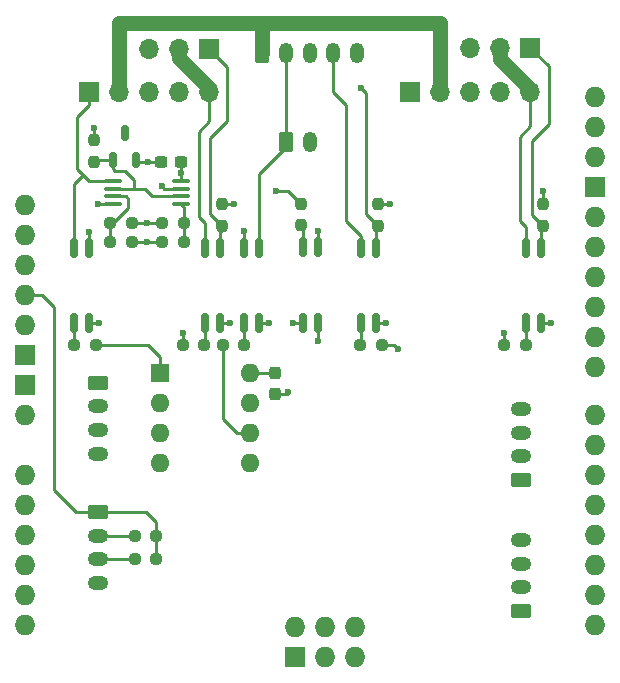
<source format=gtl>
G04 #@! TF.GenerationSoftware,KiCad,Pcbnew,7.0.0*
G04 #@! TF.CreationDate,2023-02-28T23:45:33-08:00*
G04 #@! TF.ProjectId,KYBERNETES-CHASSIS-SHIELD,4b594245-524e-4455-9445-532d43484153,rev?*
G04 #@! TF.SameCoordinates,Original*
G04 #@! TF.FileFunction,Copper,L1,Top*
G04 #@! TF.FilePolarity,Positive*
%FSLAX46Y46*%
G04 Gerber Fmt 4.6, Leading zero omitted, Abs format (unit mm)*
G04 Created by KiCad (PCBNEW 7.0.0) date 2023-02-28 23:45:33*
%MOMM*%
%LPD*%
G01*
G04 APERTURE LIST*
G04 Aperture macros list*
%AMRoundRect*
0 Rectangle with rounded corners*
0 $1 Rounding radius*
0 $2 $3 $4 $5 $6 $7 $8 $9 X,Y pos of 4 corners*
0 Add a 4 corners polygon primitive as box body*
4,1,4,$2,$3,$4,$5,$6,$7,$8,$9,$2,$3,0*
0 Add four circle primitives for the rounded corners*
1,1,$1+$1,$2,$3*
1,1,$1+$1,$4,$5*
1,1,$1+$1,$6,$7*
1,1,$1+$1,$8,$9*
0 Add four rect primitives between the rounded corners*
20,1,$1+$1,$2,$3,$4,$5,0*
20,1,$1+$1,$4,$5,$6,$7,0*
20,1,$1+$1,$6,$7,$8,$9,0*
20,1,$1+$1,$8,$9,$2,$3,0*%
G04 Aperture macros list end*
G04 #@! TA.AperFunction,SMDPad,CuDef*
%ADD10RoundRect,0.150000X0.150000X-0.662500X0.150000X0.662500X-0.150000X0.662500X-0.150000X-0.662500X0*%
G04 #@! TD*
G04 #@! TA.AperFunction,SMDPad,CuDef*
%ADD11RoundRect,0.237500X0.250000X0.237500X-0.250000X0.237500X-0.250000X-0.237500X0.250000X-0.237500X0*%
G04 #@! TD*
G04 #@! TA.AperFunction,SMDPad,CuDef*
%ADD12RoundRect,0.237500X-0.250000X-0.237500X0.250000X-0.237500X0.250000X0.237500X-0.250000X0.237500X0*%
G04 #@! TD*
G04 #@! TA.AperFunction,SMDPad,CuDef*
%ADD13RoundRect,0.237500X-0.237500X0.250000X-0.237500X-0.250000X0.237500X-0.250000X0.237500X0.250000X0*%
G04 #@! TD*
G04 #@! TA.AperFunction,SMDPad,CuDef*
%ADD14RoundRect,0.237500X-0.237500X0.300000X-0.237500X-0.300000X0.237500X-0.300000X0.237500X0.300000X0*%
G04 #@! TD*
G04 #@! TA.AperFunction,ComponentPad*
%ADD15R,1.600000X1.600000*%
G04 #@! TD*
G04 #@! TA.AperFunction,ComponentPad*
%ADD16O,1.600000X1.600000*%
G04 #@! TD*
G04 #@! TA.AperFunction,ComponentPad*
%ADD17R,1.700000X1.700000*%
G04 #@! TD*
G04 #@! TA.AperFunction,ComponentPad*
%ADD18O,1.700000X1.700000*%
G04 #@! TD*
G04 #@! TA.AperFunction,ComponentPad*
%ADD19RoundRect,0.250000X0.625000X-0.350000X0.625000X0.350000X-0.625000X0.350000X-0.625000X-0.350000X0*%
G04 #@! TD*
G04 #@! TA.AperFunction,ComponentPad*
%ADD20O,1.750000X1.200000*%
G04 #@! TD*
G04 #@! TA.AperFunction,SMDPad,CuDef*
%ADD21RoundRect,0.150000X-0.150000X0.662500X-0.150000X-0.662500X0.150000X-0.662500X0.150000X0.662500X0*%
G04 #@! TD*
G04 #@! TA.AperFunction,SMDPad,CuDef*
%ADD22RoundRect,0.237500X0.300000X0.237500X-0.300000X0.237500X-0.300000X-0.237500X0.300000X-0.237500X0*%
G04 #@! TD*
G04 #@! TA.AperFunction,ComponentPad*
%ADD23RoundRect,0.250000X-0.625000X0.350000X-0.625000X-0.350000X0.625000X-0.350000X0.625000X0.350000X0*%
G04 #@! TD*
G04 #@! TA.AperFunction,ComponentPad*
%ADD24O,1.727200X1.727200*%
G04 #@! TD*
G04 #@! TA.AperFunction,ComponentPad*
%ADD25R,1.727200X1.727200*%
G04 #@! TD*
G04 #@! TA.AperFunction,ComponentPad*
%ADD26RoundRect,0.250000X-0.350000X-0.625000X0.350000X-0.625000X0.350000X0.625000X-0.350000X0.625000X0*%
G04 #@! TD*
G04 #@! TA.AperFunction,ComponentPad*
%ADD27O,1.200000X1.750000*%
G04 #@! TD*
G04 #@! TA.AperFunction,SMDPad,CuDef*
%ADD28RoundRect,0.237500X0.237500X-0.250000X0.237500X0.250000X-0.237500X0.250000X-0.237500X-0.250000X0*%
G04 #@! TD*
G04 #@! TA.AperFunction,SMDPad,CuDef*
%ADD29RoundRect,0.150000X0.150000X-0.512500X0.150000X0.512500X-0.150000X0.512500X-0.150000X-0.512500X0*%
G04 #@! TD*
G04 #@! TA.AperFunction,SMDPad,CuDef*
%ADD30RoundRect,0.100000X-0.637500X-0.100000X0.637500X-0.100000X0.637500X0.100000X-0.637500X0.100000X0*%
G04 #@! TD*
G04 #@! TA.AperFunction,ViaPad*
%ADD31C,0.600000*%
G04 #@! TD*
G04 #@! TA.AperFunction,Conductor*
%ADD32C,0.254000*%
G04 #@! TD*
G04 #@! TA.AperFunction,Conductor*
%ADD33C,1.270000*%
G04 #@! TD*
G04 APERTURE END LIST*
D10*
X146205000Y-94437500D03*
X147475000Y-94437500D03*
X147475000Y-100812500D03*
X146205000Y-100812500D03*
D11*
X156075000Y-102675000D03*
X157900000Y-102675000D03*
D12*
X170075000Y-102675000D03*
X168250000Y-102675000D03*
D13*
X133550000Y-85325000D03*
X133550000Y-87150000D03*
D11*
X141125000Y-92375000D03*
X139300000Y-92375000D03*
D12*
X146225000Y-102675000D03*
X144400000Y-102675000D03*
D11*
X138775000Y-118850000D03*
X136950000Y-118850000D03*
D14*
X148850000Y-105060000D03*
X148850000Y-106785000D03*
D15*
X139129999Y-105054999D03*
D16*
X139129999Y-107594999D03*
X139129999Y-110134999D03*
X139129999Y-112674999D03*
X146749999Y-112674999D03*
X146749999Y-110134999D03*
X146749999Y-107594999D03*
X146749999Y-105054999D03*
D17*
X143249999Y-77575118D03*
D18*
X140709999Y-77575118D03*
X138169999Y-77575118D03*
D11*
X136700000Y-93925000D03*
X134875000Y-93925000D03*
D19*
X169650000Y-114100000D03*
D20*
X169649999Y-112099999D03*
X169649999Y-110099999D03*
X169649999Y-108099999D03*
D19*
X169650000Y-125175000D03*
D20*
X169649999Y-123174999D03*
X169649999Y-121174999D03*
X169649999Y-119174999D03*
D21*
X152475000Y-100787500D03*
X151205000Y-100787500D03*
X151205000Y-94412500D03*
X152475000Y-94412500D03*
D10*
X131855000Y-94437500D03*
X133125000Y-94437500D03*
X133125000Y-100812500D03*
X131855000Y-100812500D03*
D22*
X140875000Y-87150000D03*
X139150000Y-87150000D03*
D23*
X133875000Y-116825000D03*
D20*
X133874999Y-118824999D03*
X133874999Y-120824999D03*
X133874999Y-122824999D03*
D24*
X127669999Y-90819880D03*
X127669999Y-98439880D03*
X127669999Y-100979880D03*
X155609999Y-129046880D03*
X127669999Y-113679880D03*
X127669999Y-116219880D03*
X127669999Y-118759880D03*
X127669999Y-121299880D03*
X127669999Y-123839880D03*
X127669999Y-126379880D03*
X175929999Y-86755880D03*
X175929999Y-126379880D03*
X175929999Y-123839880D03*
X175929999Y-121299880D03*
X175929999Y-118759880D03*
X175929999Y-116219880D03*
X175929999Y-113679880D03*
X175929999Y-111139880D03*
X175929999Y-108599880D03*
X175929999Y-104535880D03*
X175929999Y-101995880D03*
X175929999Y-99455880D03*
X175929999Y-96915880D03*
X175929999Y-94375880D03*
X175929999Y-91835880D03*
D25*
X175929999Y-89295880D03*
X127669999Y-103519880D03*
X127669999Y-106059880D03*
X150529999Y-129046880D03*
D24*
X127669999Y-93359880D03*
X155609999Y-126506880D03*
X153069999Y-129046880D03*
X127669999Y-95899880D03*
X150529999Y-126506880D03*
X153069999Y-126506880D03*
X175929999Y-81675880D03*
X175929999Y-84215880D03*
X127669999Y-108599880D03*
D11*
X138775000Y-120825000D03*
X136950000Y-120825000D03*
D12*
X139300000Y-93950000D03*
X141125000Y-93950000D03*
D26*
X147775000Y-77950000D03*
D27*
X149774999Y-77949999D03*
X151774999Y-77949999D03*
X153774999Y-77949999D03*
X155774999Y-77949999D03*
D10*
X156080000Y-94437500D03*
X157350000Y-94437500D03*
X157350000Y-100812500D03*
X156080000Y-100812500D03*
D26*
X149775000Y-85450000D03*
D27*
X151774999Y-85449999D03*
D17*
X133089999Y-81275118D03*
D18*
X135629999Y-81275118D03*
X138169999Y-81275118D03*
X140709999Y-81275118D03*
X143249999Y-81275118D03*
D28*
X144325000Y-90737500D03*
X144325000Y-92562500D03*
D29*
X135150000Y-86975000D03*
X137050000Y-86975000D03*
X136100000Y-84700000D03*
D17*
X160309999Y-81250118D03*
D18*
X162849999Y-81250118D03*
X165389999Y-81250118D03*
X167929999Y-81250118D03*
X170469999Y-81250118D03*
D30*
X135137500Y-88775000D03*
X135137500Y-89425000D03*
X135137500Y-90075000D03*
X135137500Y-90725000D03*
X140862500Y-90725000D03*
X140862500Y-90075000D03*
X140862500Y-89425000D03*
X140862500Y-88775000D03*
D11*
X131850000Y-102650000D03*
X133675000Y-102650000D03*
D28*
X171525000Y-90737500D03*
X171525000Y-92562500D03*
D12*
X142850000Y-102675000D03*
X141025000Y-102675000D03*
X134875000Y-92350000D03*
X136700000Y-92350000D03*
D10*
X142880000Y-94437500D03*
X144150000Y-94437500D03*
X144150000Y-100812500D03*
X142880000Y-100812500D03*
D23*
X133875000Y-105860000D03*
D20*
X133874999Y-107859999D03*
X133874999Y-109859999D03*
X133874999Y-111859999D03*
D10*
X170080000Y-94437500D03*
X171350000Y-94437500D03*
X171350000Y-100812500D03*
X170080000Y-100812500D03*
D17*
X170464999Y-77550118D03*
D18*
X167924999Y-77550118D03*
X165384999Y-77550118D03*
D13*
X151025000Y-92550000D03*
X151025000Y-90725000D03*
D28*
X157530000Y-90737500D03*
X157530000Y-92562500D03*
D31*
X159250000Y-102975000D03*
X148900000Y-89600000D03*
X152475000Y-102300000D03*
X168250000Y-101625000D03*
X141025000Y-101625000D03*
X172225000Y-100825000D03*
X133975000Y-100800000D03*
X158200000Y-100825000D03*
X150325000Y-100800000D03*
X148325000Y-100825000D03*
X145050000Y-100825000D03*
X158600000Y-90725000D03*
X171525000Y-89650000D03*
X152475000Y-93050000D03*
X146200000Y-93050000D03*
X145375000Y-90750000D03*
X133125000Y-93075000D03*
X138025000Y-93950000D03*
X140875000Y-88100000D03*
X133550000Y-84275000D03*
X133850000Y-90725000D03*
X138050000Y-87150000D03*
X138025000Y-92325000D03*
X156100000Y-80950000D03*
X139250000Y-89250000D03*
X149900000Y-106675000D03*
D32*
X157900000Y-102675000D02*
X158950000Y-102675000D01*
X158950000Y-102675000D02*
X159250000Y-102975000D01*
X148904000Y-89604000D02*
X148900000Y-89600000D01*
X149904000Y-89604000D02*
X148904000Y-89604000D01*
X152475000Y-100787500D02*
X152475000Y-102300000D01*
X168250000Y-102675000D02*
X168250000Y-101625000D01*
X141025000Y-102675000D02*
X141025000Y-101625000D01*
X156080000Y-100812500D02*
X156080000Y-102670000D01*
X156080000Y-102670000D02*
X156075000Y-102675000D01*
X170080000Y-100812500D02*
X170080000Y-102670000D01*
X170080000Y-102670000D02*
X170075000Y-102675000D01*
X172212500Y-100812500D02*
X172225000Y-100825000D01*
X171350000Y-100812500D02*
X172212500Y-100812500D01*
X133875000Y-116825000D02*
X131975000Y-116825000D01*
X131975000Y-116825000D02*
X130125000Y-114975000D01*
X130125000Y-99425000D02*
X129139881Y-98439881D01*
X129139881Y-98439881D02*
X127670000Y-98439881D01*
X130125000Y-114975000D02*
X130125000Y-99425000D01*
X139130000Y-105055000D02*
X139130000Y-103655000D01*
X138125000Y-102650000D02*
X133675000Y-102650000D01*
X139130000Y-103655000D02*
X138125000Y-102650000D01*
X131855000Y-100812500D02*
X131855000Y-102645000D01*
X131855000Y-102645000D02*
X131850000Y-102650000D01*
X133962500Y-100812500D02*
X133975000Y-100800000D01*
X133125000Y-100812500D02*
X133962500Y-100812500D01*
X146740000Y-110125000D02*
X145600000Y-110125000D01*
X144400000Y-108925000D02*
X144400000Y-102675000D01*
X146750000Y-110135000D02*
X146740000Y-110125000D01*
X145600000Y-110125000D02*
X144400000Y-108925000D01*
X146205000Y-100812500D02*
X146205000Y-102655000D01*
X146205000Y-102655000D02*
X146225000Y-102675000D01*
X142880000Y-100812500D02*
X142880000Y-102645000D01*
X142880000Y-102645000D02*
X142850000Y-102675000D01*
X158187500Y-100812500D02*
X158200000Y-100825000D01*
X157350000Y-100812500D02*
X158187500Y-100812500D01*
X150337500Y-100787500D02*
X150325000Y-100800000D01*
X151205000Y-100787500D02*
X150337500Y-100787500D01*
X148312500Y-100812500D02*
X148325000Y-100825000D01*
X147475000Y-100812500D02*
X148312500Y-100812500D01*
X145037500Y-100812500D02*
X145050000Y-100825000D01*
X144150000Y-100812500D02*
X145037500Y-100812500D01*
X158587500Y-90737500D02*
X158600000Y-90725000D01*
X157530000Y-90737500D02*
X158587500Y-90737500D01*
X151025000Y-90725000D02*
X149904000Y-89604000D01*
X151205000Y-94412500D02*
X151205000Y-92730000D01*
X151205000Y-92730000D02*
X151025000Y-92550000D01*
X171525000Y-92562500D02*
X170606250Y-91643750D01*
X172000000Y-84000000D02*
X172000000Y-79085119D01*
X170606250Y-91643750D02*
X170606250Y-85393750D01*
X170606250Y-85393750D02*
X172000000Y-84000000D01*
X172000000Y-79085119D02*
X170465000Y-77550119D01*
X142880000Y-94437500D02*
X142880000Y-92305000D01*
X142880000Y-92305000D02*
X142375000Y-91800000D01*
X142375000Y-91800000D02*
X142375000Y-84600000D01*
X143250000Y-83725000D02*
X143250000Y-81275119D01*
X142375000Y-84600000D02*
X143250000Y-83725000D01*
X144325000Y-92562500D02*
X143368750Y-91606250D01*
X144812441Y-79137559D02*
X143250000Y-77575119D01*
X143368750Y-91606250D02*
X143368750Y-85168690D01*
X143368750Y-85168690D02*
X144812441Y-83725000D01*
X144812441Y-83725000D02*
X144812441Y-79137559D01*
X156080000Y-94437500D02*
X156080000Y-93430000D01*
X156080000Y-93430000D02*
X154862500Y-92212500D01*
X154862500Y-92212500D02*
X154862500Y-82337500D01*
X153775000Y-81250000D02*
X153775000Y-77950000D01*
X154862500Y-82337500D02*
X153775000Y-81250000D01*
X156521250Y-91553750D02*
X157530000Y-92562500D01*
X156521250Y-91553750D02*
X156521250Y-81371250D01*
X156521250Y-81371250D02*
X156100000Y-80950000D01*
X157350000Y-94437500D02*
X157350000Y-92742500D01*
X157350000Y-92742500D02*
X157530000Y-92562500D01*
X133125000Y-94437500D02*
X133125000Y-93075000D01*
X170470000Y-81250119D02*
X170470000Y-84125000D01*
X170470000Y-84125000D02*
X169575000Y-85020000D01*
X169575000Y-85020000D02*
X169575000Y-92162500D01*
X169575000Y-92162500D02*
X170075000Y-92662500D01*
X171525000Y-90737500D02*
X171525000Y-89650000D01*
X152475000Y-94412500D02*
X152475000Y-93050000D01*
X146205000Y-93055000D02*
X146200000Y-93050000D01*
X146205000Y-94437500D02*
X146205000Y-93055000D01*
X149775000Y-85450000D02*
X149775000Y-85925000D01*
X149775000Y-85925000D02*
X147475000Y-88225000D01*
X147475000Y-88225000D02*
X147475000Y-94437500D01*
X145362500Y-90737500D02*
X145375000Y-90750000D01*
X144325000Y-90737500D02*
X145362500Y-90737500D01*
X144325000Y-92562500D02*
X144325000Y-92975000D01*
X144325000Y-92975000D02*
X144150000Y-93150000D01*
X144150000Y-93150000D02*
X144150000Y-94437500D01*
X132587500Y-88287500D02*
X131855000Y-89020000D01*
X131855000Y-89020000D02*
X131855000Y-94437500D01*
X146750000Y-105055000D02*
X148845000Y-105055000D01*
X138775000Y-117650000D02*
X138775000Y-118850000D01*
X138775000Y-120825000D02*
X138775000Y-118850000D01*
X137950000Y-116825000D02*
X138775000Y-117650000D01*
X133875000Y-116825000D02*
X137950000Y-116825000D01*
X133875000Y-118825000D02*
X136925000Y-118825000D01*
X133875000Y-120825000D02*
X136950000Y-120825000D01*
X132100000Y-83350000D02*
X132100000Y-87800000D01*
X133090000Y-81275119D02*
X133090000Y-82360000D01*
X133075000Y-88775000D02*
X135137500Y-88775000D01*
X133090000Y-82360000D02*
X132100000Y-83350000D01*
X132587500Y-88287500D02*
X133075000Y-88775000D01*
X132100000Y-87800000D02*
X132587500Y-88287500D01*
D33*
X135630000Y-81275119D02*
X135630000Y-76105000D01*
X162850000Y-75450000D02*
X162850000Y-81250119D01*
X135625000Y-76100000D02*
X135630000Y-76105000D01*
D32*
X136725000Y-93950000D02*
X136700000Y-93925000D01*
X138025000Y-93950000D02*
X136725000Y-93950000D01*
X139300000Y-93950000D02*
X138025000Y-93950000D01*
D33*
X147775000Y-75450000D02*
X162850000Y-75450000D01*
X147775000Y-75450000D02*
X135625000Y-75450000D01*
D32*
X133550000Y-85325000D02*
X133550000Y-84275000D01*
X140875000Y-88762500D02*
X140862500Y-88775000D01*
D33*
X135625000Y-75450000D02*
X135625000Y-76100000D01*
D32*
X140875000Y-88100000D02*
X140875000Y-88762500D01*
D33*
X147775000Y-77950000D02*
X147775000Y-75450000D01*
D32*
X140875000Y-87150000D02*
X140875000Y-88100000D01*
X135137500Y-90725000D02*
X133850000Y-90725000D01*
X138050000Y-87150000D02*
X137225000Y-87150000D01*
X138025000Y-92325000D02*
X138050000Y-92350000D01*
X136700000Y-92350000D02*
X138000000Y-92350000D01*
X139150000Y-87150000D02*
X138050000Y-87150000D01*
X137225000Y-87150000D02*
X137050000Y-86975000D01*
X138000000Y-92350000D02*
X138025000Y-92325000D01*
X139275000Y-92350000D02*
X139300000Y-92375000D01*
X138050000Y-92350000D02*
X139275000Y-92350000D01*
X149775000Y-77950000D02*
X149775000Y-85450000D01*
X141125000Y-92375000D02*
X141125000Y-90987500D01*
X141125000Y-93950000D02*
X141125000Y-92375000D01*
X141125000Y-90987500D02*
X140862500Y-90725000D01*
X134875000Y-92350000D02*
X135125000Y-92350000D01*
X136425000Y-90300000D02*
X136200000Y-90075000D01*
X136200000Y-90075000D02*
X135137500Y-90075000D01*
X135125000Y-92350000D02*
X136425000Y-91050000D01*
X136425000Y-91050000D02*
X136425000Y-90300000D01*
X134875000Y-93925000D02*
X134875000Y-92350000D01*
X135150000Y-86975000D02*
X135150000Y-87775000D01*
X138450000Y-90075000D02*
X140862500Y-90075000D01*
X135150000Y-87775000D02*
X135325000Y-87950000D01*
X133725000Y-86975000D02*
X133550000Y-87150000D01*
X135150000Y-86975000D02*
X133725000Y-86975000D01*
X137800000Y-89425000D02*
X138450000Y-90075000D01*
X135137500Y-89425000D02*
X136900000Y-89425000D01*
X136900000Y-89425000D02*
X137800000Y-89425000D01*
X136125000Y-87950000D02*
X136900000Y-88725000D01*
X136900000Y-88725000D02*
X136900000Y-89425000D01*
X135325000Y-87950000D02*
X136125000Y-87950000D01*
X140862500Y-89425000D02*
X139425000Y-89425000D01*
X139425000Y-89425000D02*
X139250000Y-89250000D01*
X148850000Y-106785000D02*
X149900000Y-106785000D01*
D33*
X140710000Y-78360000D02*
X143250000Y-80900000D01*
X143250000Y-80900000D02*
X143250000Y-81275119D01*
X140710000Y-77575119D02*
X140710000Y-78360000D01*
D32*
X171350000Y-94437500D02*
X171350000Y-92737500D01*
D33*
X167925000Y-77550119D02*
X167925000Y-78425000D01*
D32*
X170080000Y-94437500D02*
X170080000Y-92662500D01*
D33*
X170470000Y-80970000D02*
X170470000Y-81250119D01*
X167925000Y-78425000D02*
X170470000Y-80970000D01*
M02*

</source>
